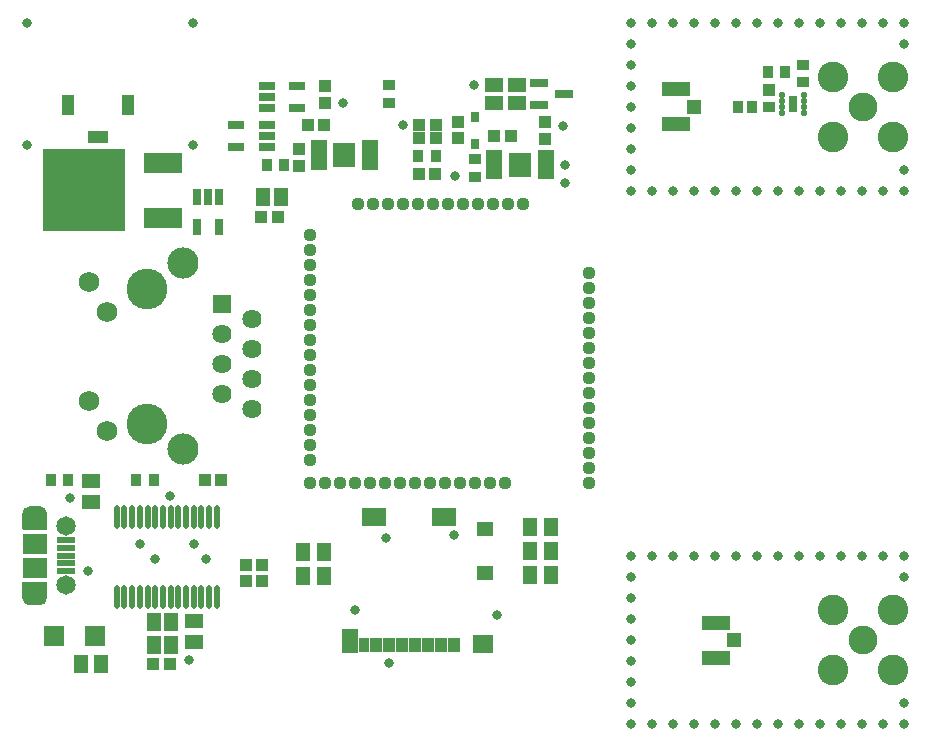
<source format=gts>
G04*
G04 #@! TF.GenerationSoftware,Altium Limited,Altium Designer,18.0.12 (696)*
G04*
G04 Layer_Color=8388736*
%FSLAX25Y25*%
%MOIN*%
G70*
G01*
G75*
%ADD19C,0.02769*%
G04:AMPARAMS|DCode=20|XSize=19.81mil|YSize=21.78mil|CornerRadius=6.95mil|HoleSize=0mil|Usage=FLASHONLY|Rotation=270.000|XOffset=0mil|YOffset=0mil|HoleType=Round|Shape=RoundedRectangle|*
%AMROUNDEDRECTD20*
21,1,0.01981,0.00787,0,0,270.0*
21,1,0.00591,0.02178,0,0,270.0*
1,1,0.01391,-0.00394,-0.00295*
1,1,0.01391,-0.00394,0.00295*
1,1,0.01391,0.00394,0.00295*
1,1,0.01391,0.00394,-0.00295*
%
%ADD20ROUNDEDRECTD20*%
%ADD21R,0.03084X0.05446*%
%ADD22R,0.02769X0.03753*%
%ADD23R,0.27178X0.27178*%
%ADD24R,0.12611X0.07099*%
%ADD25R,0.03950X0.04343*%
%ADD26R,0.06312X0.05131*%
%ADD27R,0.05131X0.06312*%
%ADD28R,0.04304X0.03910*%
%ADD29R,0.04343X0.03950*%
%ADD30R,0.07400X0.08200*%
%ADD31R,0.05800X0.01900*%
%ADD32R,0.04343X0.03556*%
%ADD33R,0.03556X0.04343*%
%ADD34R,0.03000X0.05800*%
%ADD35R,0.05800X0.03000*%
%ADD36R,0.06000X0.02800*%
%ADD37R,0.06000X0.03000*%
%ADD38R,0.09461X0.04934*%
%ADD39R,0.04934X0.04737*%
%ADD40R,0.04343X0.03646*%
%ADD41R,0.03753X0.04147*%
%ADD42R,0.06706X0.06706*%
%ADD43R,0.06902X0.06115*%
%ADD44R,0.05406X0.07887*%
%ADD45R,0.08280X0.06115*%
%ADD46R,0.05524X0.04737*%
%ADD47R,0.04147X0.05131*%
%ADD48R,0.04245X0.05131*%
%ADD49R,0.03753X0.05131*%
%ADD50O,0.02178X0.07887*%
%ADD51R,0.06115X0.02375*%
%ADD52R,0.08280X0.06706*%
%ADD53R,0.06706X0.03950*%
%ADD54R,0.03950X0.06706*%
%ADD55R,0.03950X0.06706*%
%ADD56C,0.10249*%
%ADD57C,0.09658*%
%ADD58C,0.04400*%
%ADD59C,0.06509*%
%ADD60R,0.06400X0.06400*%
%ADD61C,0.06400*%
%ADD62C,0.10400*%
%ADD63C,0.06800*%
%ADD64C,0.13600*%
%ADD65C,0.03300*%
G36*
X9495Y30500D02*
X9546Y30490D01*
X9596Y30473D01*
X9643Y30450D01*
X9686Y30420D01*
X9726Y30386D01*
X9760Y30346D01*
X9790Y30303D01*
X9813Y30256D01*
X9830Y30206D01*
X9840Y30155D01*
X9843Y30102D01*
Y24984D01*
X9840Y24932D01*
X9830Y24881D01*
X9813Y24831D01*
X9790Y24784D01*
X9760Y24740D01*
X9726Y24701D01*
X9686Y24666D01*
X9643Y24637D01*
X9596Y24614D01*
X9546Y24597D01*
X9495Y24587D01*
X9443Y24583D01*
X7875D01*
Y23016D01*
X7872Y22964D01*
X7861Y22912D01*
X7845Y22862D01*
X7833Y22839D01*
X7821Y22815D01*
X7792Y22772D01*
X7758Y22732D01*
X7758D01*
Y22732D01*
X7718Y22698D01*
X7675Y22669D01*
X7651Y22657D01*
X7627Y22646D01*
X7578Y22629D01*
X7526Y22618D01*
X7474Y22615D01*
X3931Y22615D01*
D01*
X3931D01*
X3878Y22618D01*
X3827Y22629D01*
X3777Y22645D01*
X3754Y22657D01*
X3730Y22669D01*
X3687Y22698D01*
X3647Y22732D01*
Y22732D01*
X3647D01*
X3613Y22772D01*
X3584Y22815D01*
X3572Y22839D01*
X3560Y22862D01*
X3543Y22912D01*
X3533Y22963D01*
X3530Y23016D01*
D01*
Y23016D01*
Y24583D01*
X1962D01*
X1910Y24587D01*
X1858Y24597D01*
X1809Y24614D01*
X1762Y24637D01*
X1718Y24666D01*
X1679Y24701D01*
X1644Y24740D01*
X1615Y24784D01*
X1592Y24831D01*
X1575Y24881D01*
X1565Y24932D01*
X1561Y24984D01*
Y30102D01*
X1565Y30155D01*
X1575Y30206D01*
X1592Y30256D01*
X1615Y30303D01*
X1644Y30346D01*
X1679Y30386D01*
X1718Y30420D01*
X1762Y30450D01*
X1809Y30473D01*
X1858Y30490D01*
X1910Y30500D01*
X1962Y30503D01*
X9443D01*
X9495Y30500D01*
D02*
G37*
G36*
X7526Y55697D02*
X7578Y55686D01*
X7627Y55670D01*
X7651Y55658D01*
X7674Y55646D01*
X7718Y55617D01*
X7757Y55583D01*
Y55583D01*
X7757D01*
X7792Y55543D01*
X7821Y55500D01*
X7833Y55476D01*
X7844Y55453D01*
X7861Y55403D01*
X7871Y55352D01*
X7875Y55299D01*
D01*
Y55299D01*
Y53732D01*
X9443D01*
X9495Y53728D01*
X9546Y53718D01*
X9596Y53701D01*
X9643Y53678D01*
X9686Y53649D01*
X9726Y53614D01*
X9760Y53575D01*
X9790Y53531D01*
X9813Y53484D01*
X9830Y53434D01*
X9840Y53383D01*
X9843Y53331D01*
Y48213D01*
X9840Y48160D01*
X9830Y48109D01*
X9813Y48059D01*
X9790Y48012D01*
X9760Y47969D01*
X9726Y47929D01*
X9686Y47895D01*
X9643Y47866D01*
X9596Y47842D01*
X9546Y47825D01*
X9495Y47815D01*
X9443Y47812D01*
X1962D01*
X1910Y47815D01*
X1858Y47825D01*
X1809Y47842D01*
X1762Y47866D01*
X1718Y47895D01*
X1679Y47929D01*
X1644Y47969D01*
X1615Y48012D01*
X1592Y48059D01*
X1575Y48109D01*
X1565Y48160D01*
X1561Y48213D01*
Y53331D01*
X1565Y53383D01*
X1575Y53434D01*
X1592Y53484D01*
X1615Y53531D01*
X1644Y53575D01*
X1679Y53614D01*
X1718Y53649D01*
X1762Y53678D01*
X1809Y53701D01*
X1858Y53718D01*
X1910Y53728D01*
X1962Y53732D01*
X3530D01*
Y55299D01*
X3533Y55352D01*
X3543Y55403D01*
X3560Y55453D01*
X3572Y55476D01*
X3583Y55500D01*
X3613Y55543D01*
X3647Y55583D01*
X3647D01*
Y55583D01*
X3687Y55617D01*
X3730Y55646D01*
X3754Y55658D01*
X3777Y55669D01*
X3827Y55686D01*
X3878Y55697D01*
X3931Y55700D01*
X7474Y55700D01*
D01*
X7474D01*
X7526Y55697D01*
D02*
G37*
D19*
X8458Y53331D02*
G03*
X6513Y53117I-984J0D01*
G01*
X8458Y53331D02*
G03*
X6513Y53117I-984J0D01*
G01*
Y53117D02*
G03*
X8458Y53331I961J213D01*
G01*
X6513Y53117D02*
G03*
X6729Y52688I961J213D01*
G01*
D02*
G03*
X8458Y53331I745J643D01*
G01*
X4915D02*
G03*
X4915Y53331I-984J0D01*
G01*
X4915Y24984D02*
G03*
X4915Y24984I-984J0D01*
G01*
X8458D02*
G03*
X8458Y24984I-984J0D01*
G01*
D20*
X262043Y186874D02*
D03*
Y188843D02*
D03*
Y190811D02*
D03*
Y192780D02*
D03*
X254957D02*
D03*
Y190811D02*
D03*
Y188843D02*
D03*
Y186874D02*
D03*
D21*
X258500Y189827D02*
D03*
D22*
X152500Y176472D02*
D03*
Y185528D02*
D03*
D23*
X22319Y160967D02*
D03*
D24*
X48500Y151911D02*
D03*
Y170022D02*
D03*
D25*
X133744Y166500D02*
D03*
X139256D02*
D03*
X96744Y182700D02*
D03*
X102256D02*
D03*
X86756Y152000D02*
D03*
X81244D02*
D03*
X164412Y179000D02*
D03*
X158900D02*
D03*
X67997Y64500D02*
D03*
X62485D02*
D03*
X50756Y3000D02*
D03*
X45244D02*
D03*
D26*
X166500Y195958D02*
D03*
Y190052D02*
D03*
X158900Y195958D02*
D03*
Y190052D02*
D03*
X58698Y10555D02*
D03*
Y17445D02*
D03*
X24500Y57217D02*
D03*
Y64106D02*
D03*
D27*
X87740Y158856D02*
D03*
X81835D02*
D03*
X95314Y40300D02*
D03*
X102204D02*
D03*
X95314Y32300D02*
D03*
X102204D02*
D03*
X177686Y32700D02*
D03*
X170796D02*
D03*
X177686Y40700D02*
D03*
X170796D02*
D03*
X177686Y48700D02*
D03*
X170796D02*
D03*
X27945Y3000D02*
D03*
X21055D02*
D03*
X51293Y17000D02*
D03*
X45387D02*
D03*
X51293Y9500D02*
D03*
X45387D02*
D03*
D28*
X139453Y182724D02*
D03*
X133823D02*
D03*
X139453Y178276D02*
D03*
X133823D02*
D03*
D29*
X147000Y183787D02*
D03*
Y178276D02*
D03*
X94000Y169244D02*
D03*
Y174756D02*
D03*
X176000Y178244D02*
D03*
Y183756D02*
D03*
X102500Y190244D02*
D03*
Y195756D02*
D03*
X250500Y194354D02*
D03*
X76059Y30627D02*
D03*
Y36139D02*
D03*
X81500Y30627D02*
D03*
Y36139D02*
D03*
D30*
X167500Y169500D02*
D03*
X109000Y172756D02*
D03*
D31*
X176100Y173400D02*
D03*
Y171450D02*
D03*
Y169500D02*
D03*
Y167550D02*
D03*
Y165600D02*
D03*
X158900D02*
D03*
Y167550D02*
D03*
Y169500D02*
D03*
Y171450D02*
D03*
Y173400D02*
D03*
X100400Y176656D02*
D03*
Y174706D02*
D03*
Y172756D02*
D03*
Y170806D02*
D03*
Y168856D02*
D03*
X117600D02*
D03*
Y170806D02*
D03*
Y172756D02*
D03*
Y174706D02*
D03*
Y176656D02*
D03*
D32*
X124000Y195958D02*
D03*
Y190052D02*
D03*
X152500Y165545D02*
D03*
Y171450D02*
D03*
X262000Y197087D02*
D03*
Y202598D02*
D03*
D33*
X83047Y169500D02*
D03*
X88953D02*
D03*
X133547Y172539D02*
D03*
X139453D02*
D03*
X255953Y200343D02*
D03*
X250047D02*
D03*
X11047Y64500D02*
D03*
X16953D02*
D03*
X39547Y64500D02*
D03*
X45453D02*
D03*
D34*
X67200Y148656D02*
D03*
X59800D02*
D03*
Y158856D02*
D03*
X63500D02*
D03*
X67200D02*
D03*
D35*
X83100Y175300D02*
D03*
Y179000D02*
D03*
Y182700D02*
D03*
X72900D02*
D03*
Y175300D02*
D03*
X93300Y195700D02*
D03*
Y188300D02*
D03*
X83100D02*
D03*
Y192000D02*
D03*
Y195700D02*
D03*
D36*
X182300Y193000D02*
D03*
D37*
X173700Y189300D02*
D03*
Y196700D02*
D03*
D38*
X219500Y183036D02*
D03*
Y194650D02*
D03*
X232996Y16807D02*
D03*
Y5193D02*
D03*
D39*
X225504Y188843D02*
D03*
X239000Y11000D02*
D03*
D40*
X250500Y188843D02*
D03*
D41*
X240039D02*
D03*
X244961D02*
D03*
D42*
X25890Y12500D02*
D03*
X12110D02*
D03*
D43*
X155308Y9814D02*
D03*
D44*
X110741Y10700D02*
D03*
D45*
X142217Y51940D02*
D03*
X118713D02*
D03*
D46*
X155997Y48102D02*
D03*
Y33535D02*
D03*
D47*
X145623Y9322D02*
D03*
X136961D02*
D03*
X132631D02*
D03*
X128300D02*
D03*
X123969D02*
D03*
X119639D02*
D03*
D48*
X141292D02*
D03*
D49*
X115505D02*
D03*
D50*
X66375Y52086D02*
D03*
X63816D02*
D03*
X61257D02*
D03*
X58698D02*
D03*
X56139D02*
D03*
X53580D02*
D03*
X51020D02*
D03*
X48461D02*
D03*
X45902D02*
D03*
X43343D02*
D03*
X40784D02*
D03*
X38225D02*
D03*
X35666D02*
D03*
X33107D02*
D03*
X66375Y25314D02*
D03*
X63816D02*
D03*
X61257D02*
D03*
X58698D02*
D03*
X56139D02*
D03*
X53580D02*
D03*
X51020D02*
D03*
X48461D02*
D03*
X45902D02*
D03*
X43343D02*
D03*
X40784D02*
D03*
X38225D02*
D03*
X35666D02*
D03*
X33107D02*
D03*
D51*
X16332Y44276D02*
D03*
Y41717D02*
D03*
Y39157D02*
D03*
Y36598D02*
D03*
Y34039D02*
D03*
D52*
X5702Y43095D02*
D03*
Y35220D02*
D03*
D53*
X26842Y178870D02*
D03*
D54*
X17000Y189500D02*
D03*
D55*
X36685D02*
D03*
D56*
X272000Y178843D02*
D03*
X292000D02*
D03*
Y198843D02*
D03*
X272000D02*
D03*
Y21000D02*
D03*
X292000D02*
D03*
Y1000D02*
D03*
X272000D02*
D03*
D57*
X282000Y188843D02*
D03*
Y11000D02*
D03*
D58*
X168500Y156500D02*
D03*
X163500D02*
D03*
X158500D02*
D03*
X153500D02*
D03*
X148500D02*
D03*
X143500D02*
D03*
X138500D02*
D03*
X133500D02*
D03*
X128500D02*
D03*
X123500D02*
D03*
X118500D02*
D03*
X113500D02*
D03*
X190500Y63500D02*
D03*
Y68500D02*
D03*
Y73500D02*
D03*
Y78500D02*
D03*
Y83500D02*
D03*
Y88500D02*
D03*
Y93500D02*
D03*
Y98500D02*
D03*
Y103500D02*
D03*
Y108500D02*
D03*
Y113500D02*
D03*
Y118500D02*
D03*
Y123500D02*
D03*
Y128500D02*
D03*
Y133500D02*
D03*
X97500Y71000D02*
D03*
Y76000D02*
D03*
Y81000D02*
D03*
Y86000D02*
D03*
Y91000D02*
D03*
Y96000D02*
D03*
Y101000D02*
D03*
Y106000D02*
D03*
Y111000D02*
D03*
Y116000D02*
D03*
Y121000D02*
D03*
Y126000D02*
D03*
Y131000D02*
D03*
Y136000D02*
D03*
Y141000D02*
D03*
Y146000D02*
D03*
X152500Y63500D02*
D03*
X147500D02*
D03*
X162500D02*
D03*
X157500D02*
D03*
X142500D02*
D03*
X137500D02*
D03*
X132500D02*
D03*
X127500D02*
D03*
X122500D02*
D03*
X117500D02*
D03*
X112500D02*
D03*
X107500D02*
D03*
X102500D02*
D03*
X97500D02*
D03*
D59*
X16332Y29315D02*
D03*
Y49000D02*
D03*
D60*
X68300Y123100D02*
D03*
D61*
X78300Y118100D02*
D03*
X68300Y113100D02*
D03*
X78300Y108100D02*
D03*
X68300Y103100D02*
D03*
X78300Y98100D02*
D03*
X68300Y93100D02*
D03*
X78300Y88100D02*
D03*
D62*
X55300Y74600D02*
D03*
Y136600D02*
D03*
D63*
X24000Y130500D02*
D03*
Y90600D02*
D03*
X30000Y120500D02*
D03*
Y80600D02*
D03*
D64*
X43300Y83100D02*
D03*
Y128100D02*
D03*
D65*
X58500Y216843D02*
D03*
Y176000D02*
D03*
X3305D02*
D03*
Y216843D02*
D03*
X46000Y38000D02*
D03*
X40784Y43000D02*
D03*
X59000D02*
D03*
X63000Y38000D02*
D03*
X17500Y58500D02*
D03*
X108500Y190249D02*
D03*
X123000Y45000D02*
D03*
X182500Y163500D02*
D03*
Y169500D02*
D03*
X23461Y34039D02*
D03*
X51000Y59000D02*
D03*
X146000Y165600D02*
D03*
X152042Y195958D02*
D03*
X182000Y182500D02*
D03*
X128500Y182724D02*
D03*
X112500Y21000D02*
D03*
X124000Y3500D02*
D03*
X288500Y-17000D02*
D03*
X281500D02*
D03*
X274500D02*
D03*
X267500D02*
D03*
X246500D02*
D03*
X253500D02*
D03*
X260500D02*
D03*
X211500D02*
D03*
X204500D02*
D03*
X218500D02*
D03*
X225500D02*
D03*
X232500D02*
D03*
X239500D02*
D03*
Y39000D02*
D03*
X232500D02*
D03*
X225500D02*
D03*
X218500D02*
D03*
X211500D02*
D03*
X260500D02*
D03*
X253500D02*
D03*
X246500D02*
D03*
X267500D02*
D03*
X274500D02*
D03*
X281500D02*
D03*
X288500D02*
D03*
X204500Y32000D02*
D03*
Y-3000D02*
D03*
Y-10000D02*
D03*
Y4000D02*
D03*
Y11000D02*
D03*
Y18000D02*
D03*
Y25000D02*
D03*
Y39000D02*
D03*
X295500Y-17000D02*
D03*
Y-10000D02*
D03*
Y32000D02*
D03*
Y39000D02*
D03*
Y216843D02*
D03*
Y209843D02*
D03*
Y167843D02*
D03*
Y160843D02*
D03*
X145500Y46000D02*
D03*
X160000Y19500D02*
D03*
X57242Y4500D02*
D03*
X204500Y216843D02*
D03*
Y202843D02*
D03*
Y195843D02*
D03*
Y188843D02*
D03*
Y181843D02*
D03*
Y167843D02*
D03*
Y174843D02*
D03*
Y209843D02*
D03*
X288500Y216843D02*
D03*
X281500D02*
D03*
X274500D02*
D03*
X267500D02*
D03*
X246500D02*
D03*
X253500D02*
D03*
X260500D02*
D03*
X211500D02*
D03*
X218500D02*
D03*
X225500D02*
D03*
X232500D02*
D03*
X239500D02*
D03*
Y160843D02*
D03*
X232500D02*
D03*
X225500D02*
D03*
X218500D02*
D03*
X204500D02*
D03*
X211500D02*
D03*
X260500D02*
D03*
X253500D02*
D03*
X246500D02*
D03*
X267500D02*
D03*
X274500D02*
D03*
X281500D02*
D03*
X288500D02*
D03*
M02*

</source>
